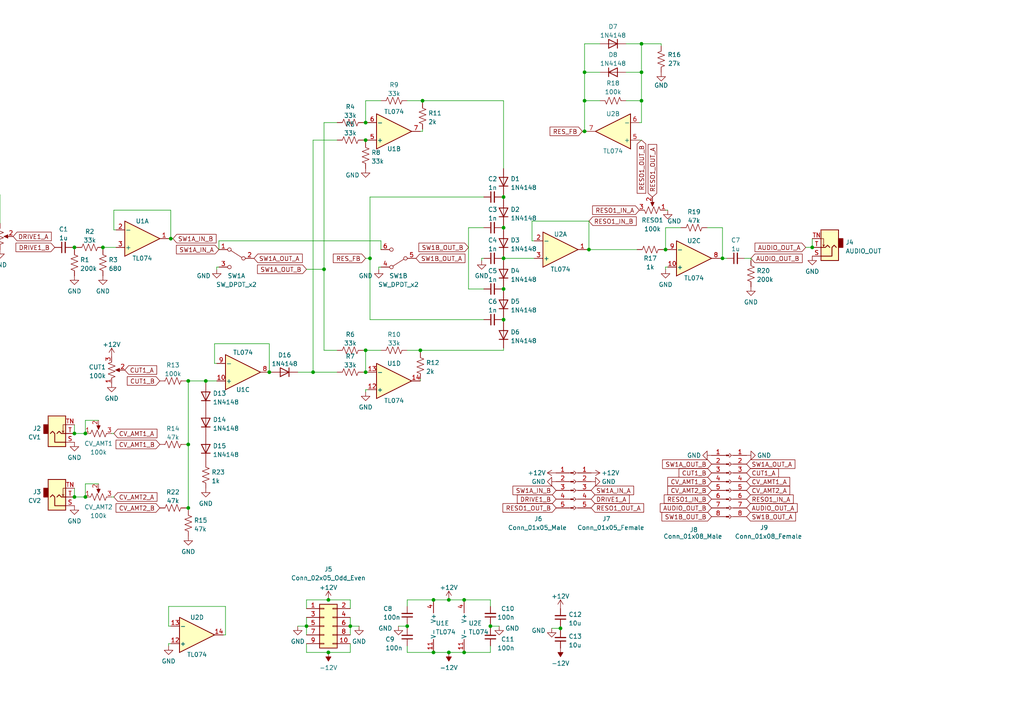
<source format=kicad_sch>
(kicad_sch (version 20211123) (generator eeschema)
  (paper "A4")
  (lib_symbols
    (symbol "Amplifier_Operational:TL074" (pin_names (offset 0.127))
      (property "Reference" "U" (at 0 5.08 0))
      (property "Value" "TL074" (at 0 -5.08 0))
      (symbol "TL074_1_1"
        (pin output line (at 7.62 0 180) (length 2.54) (name "~") (number "1"))
        (pin input line (at -7.62 -2.54 0) (length 2.54) (name "-") (number "2"))
        (pin input line (at -7.62 2.54 0) (length 2.54) (name "+") (number "3"))
      )
      (symbol "TL074_2_1"
        (pin input line (at -7.62 2.54 0) (length 2.54) (name "+") (number "5"))
        (pin input line (at -7.62 -2.54 0) (length 2.54) (name "-") (number "6"))
        (pin output line (at 7.62 0 180) (length 2.54) (name "~") (number "7"))
      )
      (symbol "TL074_3_1"
        (pin input line (at -7.62 2.54 0) (length 2.54) (name "+") (number "10"))
        (pin output line (at 7.62 0 180) (length 2.54) (name "~") (number "8"))
        (pin input line (at -7.62 -2.54 0) (length 2.54) (name "-") (number "9"))
      )
      (symbol "TL074_4_1"
        (pin input line (at -7.62 2.54 0) (length 2.54) (name "+") (number "12"))
        (pin input line (at -7.62 -2.54 0) (length 2.54) (name "-") (number "13"))
        (pin output line (at 7.62 0 180) (length 2.54) (name "~") (number "14"))
      )
      (symbol "TL074_5_1"
        (pin power_in line (at -2.54 -7.62 90) (length 3.81) (name "V-") (number "11"))
        (pin power_in line (at -2.54 7.62 270) (length 3.81) (name "V+") (number "4"))
      )
    )
    (symbol "Connector:AudioJack2_SwitchT"
      (property "Reference" "J" (at 0 8.89 0))
      (property "Value" "AudioJack2_SwitchT" (at 0 6.35 0))
      (symbol "AudioJack2_SwitchT_1_1"
        (pin passive line (at 5.08 2.54 180) (length 2.54) (name "~") (number "S"))
        (pin passive line (at 5.08 0 180) (length 2.54) (name "~") (number "T"))
        (pin passive line (at 5.08 -2.54 180) (length 2.54) (name "~") (number "TN"))
      )
    )
    (symbol "Connector:Conn_01x05_Female" (pin_names (offset 1.016) hide)
      (property "Reference" "J" (at 0 7.62 0))
      (property "Value" "Conn_01x05_Female" (at 0 -7.62 0))
      (symbol "Conn_01x05_Female_1_1"
        (pin passive line (at -5.08 5.08 0) (length 3.81) (name "Pin_1") (number "1"))
        (pin passive line (at -5.08 2.54 0) (length 3.81) (name "Pin_2") (number "2"))
        (pin passive line (at -5.08 0 0) (length 3.81) (name "Pin_3") (number "3"))
        (pin passive line (at -5.08 -2.54 0) (length 3.81) (name "Pin_4") (number "4"))
        (pin passive line (at -5.08 -5.08 0) (length 3.81) (name "Pin_5") (number "5"))
      )
    )
    (symbol "Connector:Conn_01x05_Male" (pin_names (offset 1.016) hide)
      (property "Reference" "J" (at 0 7.62 0))
      (property "Value" "Conn_01x05_Male" (at 0 -7.62 0))
      (symbol "Conn_01x05_Male_1_1"
        (pin passive line (at 5.08 5.08 180) (length 3.81) (name "Pin_1") (number "1"))
        (pin passive line (at 5.08 2.54 180) (length 3.81) (name "Pin_2") (number "2"))
        (pin passive line (at 5.08 0 180) (length 3.81) (name "Pin_3") (number "3"))
        (pin passive line (at 5.08 -2.54 180) (length 3.81) (name "Pin_4") (number "4"))
        (pin passive line (at 5.08 -5.08 180) (length 3.81) (name "Pin_5") (number "5"))
      )
    )
    (symbol "Connector:Conn_01x08_Female" (pin_names (offset 1.016) hide)
      (property "Reference" "J" (at 0 10.16 0))
      (property "Value" "Conn_01x08_Female" (at 0 -12.7 0))
      (symbol "Conn_01x08_Female_1_1"
        (pin passive line (at -5.08 7.62 0) (length 3.81) (name "Pin_1") (number "1"))
        (pin passive line (at -5.08 5.08 0) (length 3.81) (name "Pin_2") (number "2"))
        (pin passive line (at -5.08 2.54 0) (length 3.81) (name "Pin_3") (number "3"))
        (pin passive line (at -5.08 0 0) (length 3.81) (name "Pin_4") (number "4"))
        (pin passive line (at -5.08 -2.54 0) (length 3.81) (name "Pin_5") (number "5"))
        (pin passive line (at -5.08 -5.08 0) (length 3.81) (name "Pin_6") (number "6"))
        (pin passive line (at -5.08 -7.62 0) (length 3.81) (name "Pin_7") (number "7"))
        (pin passive line (at -5.08 -10.16 0) (length 3.81) (name "Pin_8") (number "8"))
      )
    )
    (symbol "Connector:Conn_01x08_Male" (pin_names (offset 1.016) hide)
      (property "Reference" "J" (at 0 10.16 0))
      (property "Value" "Conn_01x08_Male" (at 0 -12.7 0))
      (symbol "Conn_01x08_Male_1_1"
        (pin passive line (at 5.08 7.62 180) (length 3.81) (name "Pin_1") (number "1"))
        (pin passive line (at 5.08 5.08 180) (length 3.81) (name "Pin_2") (number "2"))
        (pin passive line (at 5.08 2.54 180) (length 3.81) (name "Pin_3") (number "3"))
        (pin passive line (at 5.08 0 180) (length 3.81) (name "Pin_4") (number "4"))
        (pin passive line (at 5.08 -2.54 180) (length 3.81) (name "Pin_5") (number "5"))
        (pin passive line (at 5.08 -5.08 180) (length 3.81) (name "Pin_6") (number "6"))
        (pin passive line (at 5.08 -7.62 180) (length 3.81) (name "Pin_7") (number "7"))
        (pin passive line (at 5.08 -10.16 180) (length 3.81) (name "Pin_8") (number "8"))
      )
    )
    (symbol "Connector_Generic:Conn_02x05_Odd_Even" (pin_names (offset 1.016) hide)
      (property "Reference" "J" (at 1.27 7.62 0))
      (property "Value" "Conn_02x05_Odd_Even" (at 1.27 -7.62 0))
      (symbol "Conn_02x05_Odd_Even_1_1"
        (pin passive line (at -5.08 5.08 0) (length 3.81) (name "Pin_1") (number "1"))
        (pin passive line (at 7.62 -5.08 180) (length 3.81) (name "Pin_10") (number "10"))
        (pin passive line (at 7.62 5.08 180) (length 3.81) (name "Pin_2") (number "2"))
        (pin passive line (at -5.08 2.54 0) (length 3.81) (name "Pin_3") (number "3"))
        (pin passive line (at 7.62 2.54 180) (length 3.81) (name "Pin_4") (number "4"))
        (pin passive line (at -5.08 0 0) (length 3.81) (name "Pin_5") (number "5"))
        (pin passive line (at 7.62 0 180) (length 3.81) (name "Pin_6") (number "6"))
        (pin passive line (at -5.08 -2.54 0) (length 3.81) (name "Pin_7") (number "7"))
        (pin passive line (at 7.62 -2.54 180) (length 3.81) (name "Pin_8") (number "8"))
        (pin passive line (at -5.08 -5.08 0) (length 3.81) (name "Pin_9") (number "9"))
      )
    )
    (symbol "Device:C_Small" (pin_numbers hide) (pin_names (offset 0.254) hide)
      (property "Reference" "C" (at 0.254 1.778 0))
      (property "Value" "C_Small" (at 0.254 -2.032 0))
      (symbol "C_Small_1_1"
        (pin passive line (at 0 2.54 270) (length 2.032) (name "~") (number "1"))
        (pin passive line (at 0 -2.54 90) (length 2.032) (name "~") (number "2"))
      )
    )
    (symbol "Device:D" (pin_numbers hide) (pin_names (offset 1.016) hide)
      (property "Reference" "D" (at 0 2.54 0))
      (property "Value" "D" (at 0 -2.54 0))
      (symbol "D_1_1"
        (pin passive line (at -3.81 0 0) (length 2.54) (name "K") (number "1"))
        (pin passive line (at 3.81 0 180) (length 2.54) (name "A") (number "2"))
      )
    )
    (symbol "Device:R_Potentiometer_US" (pin_names (offset 1.016) hide)
      (property "Reference" "RV" (at -4.445 0 90))
      (property "Value" "R_Potentiometer_US" (at -2.54 0 90))
      (symbol "R_Potentiometer_US_1_1"
        (pin passive line (at 0 3.81 270) (length 1.27) (name "1") (number "1"))
        (pin passive line (at 3.81 0 180) (length 1.27) (name "2") (number "2"))
        (pin passive line (at 0 -3.81 90) (length 1.27) (name "3") (number "3"))
      )
    )
    (symbol "Device:R_US" (pin_numbers hide) (pin_names (offset 0))
      (property "Reference" "R" (at 2.54 0 90))
      (property "Value" "R_US" (at -2.54 0 90))
      (symbol "R_US_1_1"
        (pin passive line (at 0 3.81 270) (length 1.27) (name "~") (number "1"))
        (pin passive line (at 0 -3.81 90) (length 1.27) (name "~") (number "2"))
      )
    )
    (symbol "Switch:SW_DPDT_x2" (pin_names (offset 0) hide)
      (property "Reference" "SW" (at 0 4.318 0))
      (property "Value" "SW_DPDT_x2" (at 0 -5.08 0))
      (symbol "SW_DPDT_x2_1_1"
        (pin passive line (at 5.08 2.54 180) (length 2.54) (name "A") (number "1"))
        (pin passive line (at -5.08 0 0) (length 2.54) (name "B") (number "2"))
        (pin passive line (at 5.08 -2.54 180) (length 2.54) (name "C") (number "3"))
      )
      (symbol "SW_DPDT_x2_2_1"
        (pin passive line (at 5.08 2.54 180) (length 2.54) (name "A") (number "4"))
        (pin passive line (at -5.08 0 0) (length 2.54) (name "B") (number "5"))
        (pin passive line (at 5.08 -2.54 180) (length 2.54) (name "C") (number "6"))
      )
    )
    (symbol "power:+12V" (power) (pin_names (offset 0))
      (property "Value" "+12V" (at 0 3.556 0))
      (symbol "+12V_1_1"
        (pin power_in line (at 0 0 90) (length 0) hide (name "+12V") (number "1"))
      )
    )
    (symbol "power:-12V" (power) (pin_names (offset 0))
      (property "Value" "-12V" (at 0 3.81 0))
      (symbol "-12V_0_0"
        (pin power_in line (at 0 0 90) (length 0) hide (name "-12V") (number "1"))
      )
    )
    (symbol "power:GND" (power) (pin_names (offset 0))
      (property "Value" "GND" (at 0 -3.81 0))
      (symbol "GND_1_1"
        (pin power_in line (at 0 0 270) (length 0) hide (name "GND") (number "1"))
      )
    )
  )
  (junction (at 24.765 144.145))
  (junction (at 106.045 101.6))
  (junction (at 170.815 72.39))
  (junction (at 130.175 189.23))
  (junction (at 21.59 144.145))
  (junction (at 29.845 71.755))
  (junction (at 130.175 173.99))
  (junction (at 101.6 181.61))
  (junction (at 134.62 189.23))
  (junction (at 125.73 173.99))
  (junction (at 169.545 29.21))
  (junction (at 122.555 29.21))
  (junction (at 21.59 125.73))
  (junction (at 125.73 189.23))
  (junction (at 54.61 110.49))
  (junction (at 186.055 29.21))
  (junction (at 118.11 181.61))
  (junction (at 54.61 147.32))
  (junction (at 93.98 78.105))
  (junction (at 106.045 40.64))
  (junction (at 107.315 74.93))
  (junction (at 134.62 173.99))
  (junction (at 186.055 12.7))
  (junction (at 209.55 74.93))
  (junction (at 95.25 173.99))
  (junction (at 78.105 107.95))
  (junction (at 90.805 107.95))
  (junction (at 54.61 128.905))
  (junction (at 146.05 57.15))
  (junction (at 162.56 182.245))
  (junction (at 59.69 110.49))
  (junction (at 146.05 66.04))
  (junction (at 169.545 20.955))
  (junction (at 49.53 69.215))
  (junction (at 146.05 92.71))
  (junction (at 235.585 71.755))
  (junction (at 186.055 20.955))
  (junction (at 169.545 38.1))
  (junction (at 142.24 181.61))
  (junction (at 146.05 83.82))
  (junction (at 106.045 107.95))
  (junction (at -3.81 56.515))
  (junction (at 88.9 181.61))
  (junction (at 146.05 74.93))
  (junction (at 21.59 71.755))
  (junction (at 106.045 35.56))
  (junction (at 24.765 125.73))
  (junction (at 121.92 101.6))
  (junction (at 193.04 72.39))
  (junction (at 95.25 189.23))
  (wire (pts (xy 121.92 101.6) (xy 121.92 102.235)))
  (wire (pts (xy 49.53 186.69) (xy 48.895 186.69)))
  (wire (pts (xy 88.9 179.07) (xy 88.9 181.61)))
  (wire (pts (xy 146.05 100.965) (xy 146.05 101.6)))
  (wire (pts (xy 107.315 74.93) (xy 107.315 92.71)))
  (wire (pts (xy 63.5 69.85) (xy 110.49 69.85)))
  (wire (pts (xy 62.23 99.695) (xy 78.105 99.695)))
  (wire (pts (xy 118.11 175.895) (xy 118.11 173.99)))
  (wire (pts (xy 106.68 113.03) (xy 106.045 113.03)))
  (wire (pts (xy 134.62 173.99) (xy 142.24 173.99)))
  (wire (pts (xy 21.59 71.755) (xy 21.59 72.39)))
  (wire (pts (xy 49.53 69.215) (xy 48.895 69.215)))
  (wire (pts (xy 32.385 125.73) (xy 33.02 125.73)))
  (wire (pts (xy 146.05 92.075) (xy 146.05 92.71)))
  (wire (pts (xy 65.405 175.895) (xy 65.405 184.15)))
  (wire (pts (xy 101.6 179.07) (xy 101.6 181.61)))
  (wire (pts (xy 185.42 35.56) (xy 186.055 35.56)))
  (wire (pts (xy 33.02 60.96) (xy 33.02 66.675)))
  (wire (pts (xy 170.815 72.39) (xy 184.785 72.39)))
  (wire (pts (xy 145.415 57.15) (xy 146.05 57.15)))
  (wire (pts (xy 48.895 186.69) (xy 48.895 187.325)))
  (wire (pts (xy 106.045 101.6) (xy 110.49 101.6)))
  (wire (pts (xy 88.9 189.23) (xy 88.9 186.69)))
  (wire (pts (xy 101.6 189.23) (xy 95.25 189.23)))
  (wire (pts (xy 78.105 99.695) (xy 78.105 107.95)))
  (wire (pts (xy 54.61 110.49) (xy 59.69 110.49)))
  (wire (pts (xy 106.045 74.93) (xy 107.315 74.93)))
  (wire (pts (xy 21.59 144.145) (xy 24.765 144.145)))
  (wire (pts (xy 106.045 107.95) (xy 106.045 101.6)))
  (wire (pts (xy 101.6 181.61) (xy 104.14 181.61)))
  (wire (pts (xy 33.02 66.675) (xy 33.655 66.675)))
  (wire (pts (xy 125.73 173.99) (xy 130.175 173.99)))
  (wire (pts (xy 48.895 175.895) (xy 65.405 175.895)))
  (wire (pts (xy 53.975 128.905) (xy 54.61 128.905)))
  (wire (pts (xy 93.98 78.105) (xy 93.98 101.6)))
  (wire (pts (xy 54.61 147.32) (xy 54.61 147.955)))
  (wire (pts (xy 134.62 189.23) (xy 142.24 189.23)))
  (wire (pts (xy 106.045 107.95) (xy 106.68 107.95)))
  (wire (pts (xy 169.545 20.955) (xy 169.545 29.21)))
  (wire (pts (xy 186.055 29.21) (xy 181.61 29.21)))
  (wire (pts (xy 118.11 29.21) (xy 122.555 29.21)))
  (wire (pts (xy 105.41 35.56) (xy 106.045 35.56)))
  (wire (pts (xy 169.545 12.7) (xy 169.545 20.955)))
  (wire (pts (xy 146.05 83.185) (xy 146.05 83.82)))
  (wire (pts (xy 62.865 77.47) (xy 62.865 78.105)))
  (wire (pts (xy 145.415 83.82) (xy 146.05 83.82)))
  (wire (pts (xy 105.41 107.95) (xy 106.045 107.95)))
  (wire (pts (xy 122.555 38.1) (xy 121.92 38.1)))
  (wire (pts (xy 122.555 29.21) (xy 122.555 29.845)))
  (wire (pts (xy 86.36 107.95) (xy 90.805 107.95)))
  (wire (pts (xy 135.89 83.82) (xy 140.335 83.82)))
  (wire (pts (xy 233.68 71.755) (xy 235.585 71.755)))
  (wire (pts (xy 62.23 105.41) (xy 62.865 105.41)))
  (wire (pts (xy 121.92 109.855) (xy 121.92 110.49)))
  (wire (pts (xy 145.415 74.93) (xy 146.05 74.93)))
  (wire (pts (xy 107.315 57.15) (xy 107.315 74.93)))
  (wire (pts (xy 21.59 141.605) (xy 21.59 144.145)))
  (wire (pts (xy 130.175 189.23) (xy 134.62 189.23)))
  (wire (pts (xy 48.895 175.895) (xy 48.895 181.61)))
  (wire (pts (xy 105.41 101.6) (xy 106.045 101.6)))
  (wire (pts (xy 106.045 35.56) (xy 106.68 35.56)))
  (wire (pts (xy 146.05 66.04) (xy 146.05 66.675)))
  (wire (pts (xy 97.79 35.56) (xy 93.98 35.56)))
  (wire (pts (xy 32.385 144.145) (xy 33.02 144.145)))
  (wire (pts (xy 142.24 181.61) (xy 142.24 182.245)))
  (wire (pts (xy 193.04 66.04) (xy 197.485 66.04)))
  (wire (pts (xy 170.815 64.135) (xy 170.815 72.39)))
  (wire (pts (xy 185.42 40.64) (xy 186.055 40.64)))
  (wire (pts (xy 173.99 20.955) (xy 169.545 20.955)))
  (wire (pts (xy 186.055 12.7) (xy 181.61 12.7)))
  (wire (pts (xy 146.05 74.93) (xy 154.94 74.93)))
  (wire (pts (xy 145.415 66.04) (xy 146.05 66.04)))
  (wire (pts (xy 193.04 60.96) (xy 193.675 60.96)))
  (wire (pts (xy 78.105 107.95) (xy 78.74 107.95)))
  (wire (pts (xy 173.99 12.7) (xy 169.545 12.7)))
  (wire (pts (xy 29.845 71.755) (xy 33.655 71.755)))
  (wire (pts (xy 146.05 65.405) (xy 146.05 66.04)))
  (wire (pts (xy 49.53 60.96) (xy 49.53 69.215)))
  (wire (pts (xy 48.895 181.61) (xy 49.53 181.61)))
  (wire (pts (xy 193.04 77.47) (xy 193.04 78.105)))
  (wire (pts (xy 21.59 123.19) (xy 21.59 125.73)))
  (wire (pts (xy 49.53 69.215) (xy 50.165 69.215)))
  (wire (pts (xy 105.41 40.64) (xy 106.045 40.64)))
  (wire (pts (xy 118.11 187.325) (xy 118.11 189.23)))
  (wire (pts (xy 95.25 173.99) (xy 88.9 173.99)))
  (wire (pts (xy 106.045 40.64) (xy 106.68 40.64)))
  (wire (pts (xy 20.955 71.755) (xy 21.59 71.755)))
  (wire (pts (xy 62.23 99.695) (xy 62.23 105.41)))
  (wire (pts (xy 154.305 69.85) (xy 154.94 69.85)))
  (wire (pts (xy 193.04 72.39) (xy 193.04 66.04)))
  (wire (pts (xy 53.975 147.32) (xy 54.61 147.32)))
  (wire (pts (xy 109.855 77.47) (xy 109.855 78.105)))
  (wire (pts (xy 88.9 173.99) (xy 88.9 176.53)))
  (wire (pts (xy 63.5 69.85) (xy 63.5 72.39)))
  (wire (pts (xy 142.24 181.61) (xy 144.78 181.61)))
  (wire (pts (xy 28.575 121.92) (xy 24.765 121.92)))
  (wire (pts (xy 186.055 20.955) (xy 181.61 20.955)))
  (wire (pts (xy 191.77 12.7) (xy 186.055 12.7)))
  (wire (pts (xy 29.845 71.755) (xy 29.845 72.39)))
  (wire (pts (xy 170.18 72.39) (xy 170.815 72.39)))
  (wire (pts (xy 162.56 182.245) (xy 160.02 182.245)))
  (wire (pts (xy 0 56.515) (xy 0 64.77)))
  (wire (pts (xy 146.05 29.21) (xy 146.05 48.895)))
  (wire (pts (xy 93.98 35.56) (xy 93.98 78.105)))
  (wire (pts (xy 21.59 71.755) (xy 22.225 71.755)))
  (wire (pts (xy 162.56 182.245) (xy 162.56 182.88)))
  (wire (pts (xy 118.11 101.6) (xy 121.92 101.6)))
  (wire (pts (xy 106.045 40.64) (xy 106.045 41.275)))
  (wire (pts (xy 139.7 74.93) (xy 139.7 75.565)))
  (wire (pts (xy 169.545 38.1) (xy 170.18 38.1)))
  (wire (pts (xy 106.045 29.21) (xy 110.49 29.21)))
  (wire (pts (xy 217.805 75.565) (xy 217.805 74.93)))
  (wire (pts (xy 101.6 173.99) (xy 95.25 173.99)))
  (wire (pts (xy 88.9 181.61) (xy 86.36 181.61)))
  (wire (pts (xy 142.24 180.975) (xy 142.24 181.61)))
  (wire (pts (xy 209.55 74.93) (xy 210.82 74.93)))
  (wire (pts (xy 209.55 66.04) (xy 209.55 74.93)))
  (wire (pts (xy 173.99 29.21) (xy 169.545 29.21)))
  (wire (pts (xy 142.24 175.895) (xy 142.24 173.99)))
  (wire (pts (xy 186.055 12.7) (xy 186.055 20.955)))
  (wire (pts (xy 118.11 173.99) (xy 125.73 173.99)))
  (wire (pts (xy 135.89 66.04) (xy 135.89 83.82)))
  (wire (pts (xy 24.765 140.335) (xy 24.765 144.145)))
  (wire (pts (xy 235.585 69.215) (xy 235.585 71.755)))
  (wire (pts (xy 118.11 181.61) (xy 118.11 182.245)))
  (wire (pts (xy 209.55 74.93) (xy 208.915 74.93)))
  (wire (pts (xy 121.92 101.6) (xy 146.05 101.6)))
  (wire (pts (xy 125.73 189.23) (xy 130.175 189.23)))
  (wire (pts (xy 54.61 110.49) (xy 54.61 128.905)))
  (wire (pts (xy 193.675 77.47) (xy 193.04 77.47)))
  (wire (pts (xy 135.89 66.04) (xy 140.335 66.04)))
  (wire (pts (xy 101.6 176.53) (xy 101.6 173.99)))
  (wire (pts (xy 54.61 128.905) (xy 54.61 147.32)))
  (wire (pts (xy 106.045 113.03) (xy 106.045 113.665)))
  (wire (pts (xy 154.305 64.135) (xy 154.305 69.85)))
  (wire (pts (xy 107.315 92.71) (xy 140.335 92.71)))
  (wire (pts (xy 106.045 35.56) (xy 106.045 29.21)))
  (wire (pts (xy 193.04 72.39) (xy 193.675 72.39)))
  (wire (pts (xy 59.69 110.49) (xy 62.865 110.49)))
  (wire (pts (xy 88.9 181.61) (xy 88.9 184.15)))
  (wire (pts (xy 146.05 83.82) (xy 146.05 84.455)))
  (wire (pts (xy 90.805 107.95) (xy 97.79 107.95)))
  (wire (pts (xy 101.6 186.69) (xy 101.6 189.23)))
  (wire (pts (xy 215.9 74.93) (xy 217.805 74.93)))
  (wire (pts (xy 169.545 29.21) (xy 169.545 38.1)))
  (wire (pts (xy 146.05 92.71) (xy 146.05 93.345)))
  (wire (pts (xy 33.02 60.96) (xy 49.53 60.96)))
  (wire (pts (xy 24.765 121.92) (xy 24.765 125.73)))
  (wire (pts (xy 118.11 180.975) (xy 118.11 181.61)))
  (wire (pts (xy 53.975 110.49) (xy 54.61 110.49)))
  (wire (pts (xy 88.9 78.105) (xy 93.98 78.105)))
  (wire (pts (xy 90.805 40.64) (xy 90.805 107.95)))
  (wire (pts (xy 142.24 187.325) (xy 142.24 189.23)))
  (wire (pts (xy 169.545 38.1) (xy 168.91 38.1)))
  (wire (pts (xy 145.415 92.71) (xy 146.05 92.71)))
  (wire (pts (xy 162.56 181.61) (xy 162.56 182.245)))
  (wire (pts (xy 140.335 57.15) (xy 107.315 57.15)))
  (wire (pts (xy 191.77 13.335) (xy 191.77 12.7)))
  (wire (pts (xy 186.055 20.955) (xy 186.055 29.21)))
  (wire (pts (xy 154.305 64.135) (xy 170.815 64.135)))
  (wire (pts (xy 146.05 57.15) (xy 146.05 56.515)))
  (wire (pts (xy 140.335 74.93) (xy 139.7 74.93)))
  (wire (pts (xy 130.175 173.99) (xy 134.62 173.99)))
  (wire (pts (xy 97.79 101.6) (xy 93.98 101.6)))
  (wire (pts (xy 59.69 110.49) (xy 59.69 111.125)))
  (wire (pts (xy 110.49 77.47) (xy 109.855 77.47)))
  (wire (pts (xy 95.25 189.23) (xy 88.9 189.23)))
  (wire (pts (xy -3.81 56.515) (xy 0 56.515)))
  (wire (pts (xy 122.555 37.465) (xy 122.555 38.1)))
  (wire (pts (xy 110.49 69.85) (xy 110.49 72.39)))
  (wire (pts (xy 146.05 74.93) (xy 146.05 75.565)))
  (wire (pts (xy 146.05 74.295) (xy 146.05 74.93)))
  (wire (pts (xy 97.79 40.64) (xy 90.805 40.64)))
  (wire (pts (xy 21.59 125.73) (xy 24.765 125.73)))
  (wire (pts (xy 186.055 35.56) (xy 186.055 29.21)))
  (wire (pts (xy 63.5 77.47) (xy 62.865 77.47)))
  (wire (pts (xy 118.11 181.61) (xy 115.57 181.61)))
  (wire (pts (xy 28.575 140.335) (xy 24.765 140.335)))
  (wire (pts (xy 122.555 29.21) (xy 146.05 29.21)))
  (wire (pts (xy 205.105 66.04) (xy 209.55 66.04)))
  (wire (pts (xy 118.11 189.23) (xy 125.73 189.23)))
  (wire (pts (xy -3.81 53.975) (xy -3.81 56.515)))
  (wire (pts (xy 192.405 72.39) (xy 193.04 72.39)))
  (wire (pts (xy 65.405 184.15) (xy 64.77 184.15)))
  (wire (pts (xy 101.6 181.61) (xy 101.6 184.15)))
  (wire (pts (xy 146.05 57.15) (xy 146.05 57.785)))
  (global_label "CUT1_A" (shape input) (at 216.535 137.16 0) (property "Intersheet References" "${INTERSHEET_REFS}" (effects hide)))
  (global_label "CV_AMT2_A" (shape input) (at 33.02 144.145 0) (property "Intersheet References" "${INTERSHEET_REFS}" (effects hide)))
  (global_label "SW1A_IN_B" (shape input) (at 50.165 69.215 0) (property "Intersheet References" "${INTERSHEET_REFS}" (effects hide)))
  (global_label "DRIVE1_A" (shape input) (at 171.45 144.78 0) (property "Intersheet References" "${INTERSHEET_REFS}" (effects hide)))
  (global_label "RESO1_IN_B" (shape input) (at 206.375 144.78 180) (property "Intersheet References" "${INTERSHEET_REFS}" (effects hide)))
  (global_label "SW1A_OUT_B" (shape input) (at 206.375 134.62 180) (property "Intersheet References" "${INTERSHEET_REFS}" (effects hide)))
  (global_label "SW1A_OUT_A" (shape input) (at 73.66 74.93 0) (property "Intersheet References" "${INTERSHEET_REFS}" (effects hide)))
  (global_label "SW1B_OUT_B" (shape input) (at 135.89 71.755 180) (property "Intersheet References" "${INTERSHEET_REFS}" (effects hide)))
  (global_label "RESO1_OUT_A" (shape input) (at 189.23 57.15 90) (property "Intersheet References" "${INTERSHEET_REFS}" (effects hide)))
  (global_label "SW1A_IN_A" (shape input) (at 171.45 142.24 0) (property "Intersheet References" "${INTERSHEET_REFS}" (effects hide)))
  (global_label "CV_AMT2_A" (shape input) (at 216.535 142.24 0) (property "Intersheet References" "${INTERSHEET_REFS}" (effects hide)))
  (global_label "DRIVE1_A" (shape input) (at 3.81 68.58 0) (property "Intersheet References" "${INTERSHEET_REFS}" (effects hide)))
  (global_label "CV_AMT1_B" (shape input) (at 206.375 139.7 180) (property "Intersheet References" "${INTERSHEET_REFS}" (effects hide)))
  (global_label "RES_FB" (shape input) (at 106.045 74.93 180) (property "Intersheet References" "${INTERSHEET_REFS}" (effects hide)))
  (global_label "RESO1_IN_B" (shape input) (at 170.815 64.135 0) (property "Intersheet References" "${INTERSHEET_REFS}" (effects hide)))
  (global_label "RESO1_IN_A" (shape input) (at 216.535 144.78 0) (property "Intersheet References" "${INTERSHEET_REFS}" (effects hide)))
  (global_label "CUT1_B" (shape input) (at 206.375 137.16 180) (property "Intersheet References" "${INTERSHEET_REFS}" (effects hide)))
  (global_label "AUDIO_OUT_B" (shape input) (at 206.375 147.32 180) (property "Intersheet References" "${INTERSHEET_REFS}" (effects hide)))
  (global_label "RESO1_IN_A" (shape input) (at 185.42 60.96 180) (property "Intersheet References" "${INTERSHEET_REFS}" (effects hide)))
  (global_label "SW1B_OUT_A" (shape input) (at 216.535 149.86 0) (property "Intersheet References" "${INTERSHEET_REFS}" (effects hide)))
  (global_label "SW1B_OUT_B" (shape input) (at 206.375 149.86 180) (property "Intersheet References" "${INTERSHEET_REFS}" (effects hide)))
  (global_label "RES_FB" (shape input) (at 168.91 38.1 180) (property "Intersheet References" "${INTERSHEET_REFS}" (effects hide)))
  (global_label "AUDIO_OUT_B" (shape input) (at 217.805 74.93 0) (property "Intersheet References" "${INTERSHEET_REFS}" (effects hide)))
  (global_label "AUDIO_OUT_A" (shape input) (at 216.535 147.32 0) (property "Intersheet References" "${INTERSHEET_REFS}" (effects hide)))
  (global_label "RESO1_OUT_B" (shape input) (at 161.29 147.32 180) (property "Intersheet References" "${INTERSHEET_REFS}" (effects hide)))
  (global_label "RESO1_OUT_B" (shape input) (at 186.055 40.64 270) (property "Intersheet References" "${INTERSHEET_REFS}" (effects hide)))
  (global_label "AUDIO_OUT_A" (shape input) (at 233.68 71.755 180) (property "Intersheet References" "${INTERSHEET_REFS}" (effects hide)))
  (global_label "SW1A_IN_B" (shape input) (at 161.29 142.24 180) (property "Intersheet References" "${INTERSHEET_REFS}" (effects hide)))
  (global_label "DRIVE1_B" (shape input) (at 161.29 144.78 180) (property "Intersheet References" "${INTERSHEET_REFS}" (effects hide)))
  (global_label "SW1B_OUT_A" (shape input) (at 120.65 74.93 0) (property "Intersheet References" "${INTERSHEET_REFS}" (effects hide)))
  (global_label "CUT1_A" (shape input) (at 36.195 107.315 0) (property "Intersheet References" "${INTERSHEET_REFS}" (effects hide)))
  (global_label "DRIVE1_B" (shape input) (at 15.875 71.755 180) (property "Intersheet References" "${INTERSHEET_REFS}" (effects hide)))
  (global_label "CUT1_B" (shape input) (at 46.355 110.49 180) (property "Intersheet References" "${INTERSHEET_REFS}" (effects hide)))
  (global_label "CV_AMT2_B" (shape input) (at 46.355 147.32 180) (property "Intersheet References" "${INTERSHEET_REFS}" (effects hide)))
  (global_label "CV_AMT1_B" (shape input) (at 46.355 128.905 180) (property "Intersheet References" "${INTERSHEET_REFS}" (effects hide)))
  (global_label "SW1A_OUT_A" (shape input) (at 216.535 134.62 0) (property "Intersheet References" "${INTERSHEET_REFS}" (effects hide)))
  (global_label "CV_AMT2_B" (shape input) (at 206.375 142.24 180) (property "Intersheet References" "${INTERSHEET_REFS}" (effects hide)))
  (global_label "CV_AMT1_A" (shape input) (at 216.535 139.7 0) (property "Intersheet References" "${INTERSHEET_REFS}" (effects hide)))
  (global_label "RESO1_OUT_A" (shape input) (at 171.45 147.32 0) (property "Intersheet References" "${INTERSHEET_REFS}" (effects hide)))
  (global_label "SW1A_OUT_B" (shape input) (at 88.9 78.105 180) (property "Intersheet References" "${INTERSHEET_REFS}" (effects hide)))
  (global_label "CV_AMT1_A" (shape input) (at 33.02 125.73 0) (property "Intersheet References" "${INTERSHEET_REFS}" (effects hide)))
  (global_label "SW1A_IN_A" (shape input) (at 63.5 72.39 180) (property "Intersheet References" "${INTERSHEET_REFS}" (effects hide)))
  (symbol (lib_id "power:+12V") (at 95.25 173.99 0) (unit 1)
    (property "Reference" "#PWR0118" (effects hide))
    (property "Value" "+12V" (at 95.25 170.4142 0))
  )
  (symbol (lib_id "power:GND") (at 21.59 146.685 0) (unit 1)
    (property "Reference" "#PWR0115" (effects hide))
    (property "Value" "GND" (at 21.59 151.1284 0))
  )
  (symbol (lib_id "Device:C_Small") (at 162.56 185.42 180) (unit 1)
    (property "Reference" "C13" (at 164.8841 184.5789 0) (effects (justify right)))
    (property "Value" "10u" (at 164.8841 187.1158 0) (effects (justify right)))
    (property "Footprint" "Capacitor_SMD:CP_Elec_5x5.4" (effects hide))
  )
  (symbol (lib_id "Device:R_US") (at 191.77 17.145 0) (mirror x) (unit 1)
    (property "Reference" "R16" (at 195.58 15.875 0))
    (property "Value" "27k" (at 195.58 18.415 0))
    (property "Footprint" "Resistor_SMD:R_0603_1608Metric_Pad0.98x0.95mm_HandSolder" (effects hide))
  )
  (symbol (lib_id "Device:D") (at 177.8 20.955 0) (mirror x) (unit 1)
    (property "Reference" "D8" (at 177.8 15.875 0))
    (property "Value" "1N4148" (at 177.8 18.415 0))
    (property "Footprint" "Diode_SMD:D_SOD-323_HandSoldering" (effects hide))
  )
  (symbol (lib_id "Device:C_Small") (at 142.875 83.82 90) (unit 1)
    (property "Reference" "C5" (at 142.8813 78.5581 90))
    (property "Value" "1n" (at 142.8813 81.095 90))
    (property "Footprint" "Capacitor_SMD:C_0603_1608Metric_Pad1.08x0.95mm_HandSolder" (effects hide))
  )
  (symbol (lib_id "Device:C_Small") (at 142.875 92.71 90) (unit 1)
    (property "Reference" "C6" (at 142.8813 87.4481 90))
    (property "Value" "1n" (at 142.8813 89.985 90))
    (property "Footprint" "Capacitor_SMD:C_0603_1608Metric_Pad1.08x0.95mm_HandSolder" (effects hide))
  )
  (symbol (lib_id "Amplifier_Operational:TL074") (at 41.275 69.215 0) (mirror x) (unit 1)
    (property "Reference" "U1" (at 41.275 64.135 0))
    (property "Value" "TL074" (at 41.275 74.93 0))
    (property "Footprint" "Package_SO:SOIC-14_3.9x8.7mm_P1.27mm" (effects hide))
    (property "Datasheet" "http://www.ti.com/lit/ds/symlink/tl071.pdf" (effects hide))
  )
  (symbol (lib_id "power:GND") (at 171.45 139.7 90) (unit 1)
    (property "Reference" "#PWR0135" (effects hide))
    (property "Value" "GND" (at 176.53 139.7 90))
  )
  (symbol (lib_id "Device:R_Potentiometer_US") (at 0 68.58 0) (mirror x) (unit 1)
    (property "Reference" "DRIVE1" (at -1.651 67.7453 0) (effects (justify right)))
    (property "Value" "100k" (at -1.651 70.2822 0) (effects (justify right)))
    (property "Footprint" "1_CUSTOM:Potentiometer_Alpha_Metal" (effects hide))
  )
  (symbol (lib_id "power:GND") (at 104.14 181.61 0) (unit 1)
    (property "Reference" "#PWR0127" (effects hide))
    (property "Value" "GND" (at 104.14 186.0534 0))
  )
  (symbol (lib_id "Device:C_Small") (at 213.36 74.93 90) (unit 1)
    (property "Reference" "C7" (at 213.3663 69.6681 90))
    (property "Value" "1u" (at 213.3663 72.205 90))
    (property "Footprint" "Capacitor_SMD:C_0603_1608Metric_Pad1.08x0.95mm_HandSolder" (effects hide))
  )
  (symbol (lib_id "Device:R_US") (at 50.165 110.49 90) (unit 1)
    (property "Reference" "R13" (at 50.165 105.9012 90))
    (property "Value" "100k" (at 50.165 108.4381 90))
    (property "Footprint" "Resistor_SMD:R_0603_1608Metric_Pad0.98x0.95mm_HandSolder" (effects hide))
  )
  (symbol (lib_id "Amplifier_Operational:TL074") (at 70.485 107.95 0) (mirror x) (unit 3)
    (property "Reference" "U1" (at 70.485 113.03 0))
    (property "Value" "TL074" (at 70.485 102.235 0))
    (property "Footprint" "Package_SO:SOIC-14_3.9x8.7mm_P1.27mm" (effects hide))
    (property "Datasheet" "http://www.ti.com/lit/ds/symlink/tl071.pdf" (effects hide))
  )
  (symbol (lib_id "power:GND") (at 161.29 139.7 270) (mirror x) (unit 1)
    (property "Reference" "#PWR0136" (effects hide))
    (property "Value" "GND" (at 156.21 139.7 90))
  )
  (symbol (lib_id "power:GND") (at 62.865 78.105 0) (unit 1)
    (property "Reference" "#PWR0101" (effects hide))
    (property "Value" "GND" (at 59.055 80.01 0))
  )
  (symbol (lib_id "Amplifier_Operational:TL074") (at 162.56 72.39 0) (mirror x) (unit 1)
    (property "Reference" "U2" (at 162.56 67.945 0))
    (property "Value" "TL074" (at 162.56 78.105 0))
    (property "Footprint" "Package_SO:SOIC-14_3.9x8.7mm_P1.27mm" (effects hide))
    (property "Datasheet" "http://www.ti.com/lit/ds/symlink/tl071.pdf" (effects hide))
  )
  (symbol (lib_id "power:+12V") (at 130.175 173.99 0) (unit 1)
    (property "Reference" "#PWR0123" (effects hide))
    (property "Value" "+12V" (at 130.175 170.4142 0))
  )
  (symbol (lib_id "power:+12V") (at 161.29 137.16 90) (unit 1)
    (property "Reference" "#PWR0137" (effects hide))
    (property "Value" "+12V" (at 153.035 137.16 90) (effects (justify right)))
  )
  (symbol (lib_id "Device:R_Potentiometer_US") (at 32.385 107.315 0) (mirror x) (unit 1)
    (property "Reference" "CUT1" (at 30.734 106.4803 0) (effects (justify right)))
    (property "Value" "100k" (at 30.734 109.0172 0) (effects (justify right)))
    (property "Footprint" "1_CUSTOM:Potentiometer_Alpha_Metal" (effects hide))
  )
  (symbol (lib_id "Device:D") (at 146.05 88.265 90) (unit 1)
    (property "Reference" "D5" (at 148.082 87.4303 90) (effects (justify right)))
    (property "Value" "1N4148" (at 148.082 89.9672 90) (effects (justify right)))
    (property "Footprint" "Diode_SMD:D_SOD-323_HandSoldering" (effects hide))
  )
  (symbol (lib_id "Device:R_US") (at 54.61 151.765 180) (unit 1)
    (property "Reference" "R15" (at 56.261 150.9303 0) (effects (justify right)))
    (property "Value" "47k" (at 56.261 153.4672 0) (effects (justify right)))
    (property "Footprint" "Resistor_SMD:R_0603_1608Metric_Pad0.98x0.95mm_HandSolder" (effects hide))
  )
  (symbol (lib_id "power:GND") (at 86.36 181.61 0) (mirror y) (unit 1)
    (property "Reference" "#PWR0128" (effects hide))
    (property "Value" "GND" (at 86.36 186.0534 0))
  )
  (symbol (lib_id "Device:R_US") (at 101.6 40.64 90) (unit 1)
    (property "Reference" "R5" (at 101.6 36.0512 90))
    (property "Value" "33k" (at 101.6 38.5881 90))
    (property "Footprint" "Resistor_SMD:R_0603_1608Metric_Pad0.98x0.95mm_HandSolder" (effects hide))
  )
  (symbol (lib_id "power:GND") (at 160.02 182.245 0) (mirror y) (unit 1)
    (property "Reference" "#PWR0131" (effects hide))
    (property "Value" "GND" (at 156.21 182.88 0))
  )
  (symbol (lib_id "Device:D") (at 59.69 130.175 90) (unit 1)
    (property "Reference" "D15" (at 61.722 129.3403 90) (effects (justify right)))
    (property "Value" "1N4148" (at 61.722 131.8772 90) (effects (justify right)))
    (property "Footprint" "Diode_SMD:D_SOD-323_HandSoldering" (effects hide))
  )
  (symbol (lib_id "Device:R_US") (at 101.6 101.6 90) (unit 1)
    (property "Reference" "R6" (at 101.6 97.0112 90))
    (property "Value" "33k" (at 101.6 99.5481 90))
    (property "Footprint" "Resistor_SMD:R_0603_1608Metric_Pad0.98x0.95mm_HandSolder" (effects hide))
  )
  (symbol (lib_id "Device:C_Small") (at 18.415 71.755 90) (unit 1)
    (property "Reference" "C1" (at 18.4213 66.4931 90))
    (property "Value" "1u" (at 18.4213 69.03 90))
    (property "Footprint" "Capacitor_SMD:C_0603_1608Metric_Pad1.08x0.95mm_HandSolder" (effects hide))
  )
  (symbol (lib_id "power:GND") (at 48.895 187.325 0) (unit 1)
    (property "Reference" "#PWR0121" (effects hide))
    (property "Value" "GND" (at 48.895 191.7684 0))
  )
  (symbol (lib_id "Connector:AudioJack2_SwitchT") (at 240.665 71.755 180) (unit 1)
    (property "Reference" "J4" (at 245.237 70.2853 0) (effects (justify right)))
    (property "Value" "AUDIO_OUT" (at 245.237 72.8222 0) (effects (justify right)))
    (property "Footprint" "1_CUSTOM:Jack_3.5mm_QingPu_WQP-PJ398SM_Vertical_CircularHoles_Compact" (effects hide))
  )
  (symbol (lib_id "Device:D") (at 146.05 61.595 90) (unit 1)
    (property "Reference" "D2" (at 148.082 60.7603 90) (effects (justify right)))
    (property "Value" "1N4148" (at 148.082 63.2972 90) (effects (justify right)))
    (property "Footprint" "Diode_SMD:D_SOD-323_HandSoldering" (effects hide))
  )
  (symbol (lib_id "Device:C_Small") (at 142.875 57.15 90) (unit 1)
    (property "Reference" "C2" (at 142.8813 51.8881 90))
    (property "Value" "1n" (at 142.8813 54.425 90))
    (property "Footprint" "Capacitor_SMD:C_0603_1608Metric_Pad1.08x0.95mm_HandSolder" (effects hide))
  )
  (symbol (lib_id "Connector:AudioJack2_SwitchT") (at -8.89 56.515 0) (mirror x) (unit 1)
    (property "Reference" "J1" (at -13.4619 55.0453 0) (effects (justify right)))
    (property "Value" "AUDIO_IN" (at -13.4619 57.5822 0) (effects (justify right)))
    (property "Footprint" "1_CUSTOM:Jack_3.5mm_QingPu_WQP-PJ398SM_Vertical_CircularHoles_Compact" (effects hide))
  )
  (symbol (lib_id "power:GND") (at 191.77 20.955 0) (mirror y) (unit 1)
    (property "Reference" "#PWR0110" (effects hide))
    (property "Value" "GND" (at 191.77 24.765 0))
  )
  (symbol (lib_id "power:-12V") (at 95.25 189.23 180) (unit 1)
    (property "Reference" "#PWR0119" (effects hide))
    (property "Value" "-12V" (at 95.25 193.6734 0))
  )
  (symbol (lib_id "Device:D") (at 146.05 52.705 90) (unit 1)
    (property "Reference" "D1" (at 148.082 51.8703 90) (effects (justify right)))
    (property "Value" "1N4148" (at 148.082 54.4072 90) (effects (justify right)))
    (property "Footprint" "Diode_SMD:D_SOD-323_HandSoldering" (effects hide))
  )
  (symbol (lib_id "Device:R_US") (at 26.035 71.755 90) (unit 1)
    (property "Reference" "R2" (at 26.035 67.1662 90))
    (property "Value" "33k" (at 26.035 69.7031 90))
    (property "Footprint" "Resistor_SMD:R_0603_1608Metric_Pad0.98x0.95mm_HandSolder" (effects hide))
  )
  (symbol (lib_id "Device:C_Small") (at 118.11 184.785 180) (unit 1)
    (property "Reference" "C9" (at 111.76 185.42 0) (effects (justify right)))
    (property "Value" "100n" (at 111.76 187.9569 0) (effects (justify right)))
    (property "Footprint" "Capacitor_SMD:C_0603_1608Metric_Pad1.08x0.95mm_HandSolder" (effects hide))
  )
  (symbol (lib_id "Switch:SW_DPDT_x2") (at 115.57 74.93 180) (unit 2)
    (property "Reference" "SW1" (at 115.57 80.01 0))
    (property "Value" "SW_DPDT_x2" (at 115.57 82.5469 0))
    (property "Footprint" "1_CUSTOM:SW_DPDT_2MD1T2B1M1QES" (effects hide))
  )
  (symbol (lib_id "Device:R_US") (at 188.595 72.39 90) (unit 1)
    (property "Reference" "R17" (at 188.595 74.93 90))
    (property "Value" "1k" (at 188.595 77.4669 90))
    (property "Footprint" "Resistor_SMD:R_0603_1608Metric_Pad0.98x0.95mm_HandSolder" (effects hide))
  )
  (symbol (lib_id "Device:R_US") (at 177.8 29.21 270) (mirror x) (unit 1)
    (property "Reference" "R18" (at 177.8 24.13 90))
    (property "Value" "100k" (at 177.8 26.67 90))
    (property "Footprint" "Resistor_SMD:R_0603_1608Metric_Pad0.98x0.95mm_HandSolder" (effects hide))
  )
  (symbol (lib_id "Device:R_US") (at 21.59 76.2 180) (unit 1)
    (property "Reference" "R1" (at 23.241 75.3653 0) (effects (justify right)))
    (property "Value" "200k" (at 23.241 77.9022 0) (effects (justify right)))
    (property "Footprint" "Resistor_SMD:R_0603_1608Metric_Pad0.98x0.95mm_HandSolder" (effects hide))
  )
  (symbol (lib_id "Device:R_US") (at 121.92 106.045 180) (unit 1)
    (property "Reference" "R12" (at 123.571 105.2103 0) (effects (justify right)))
    (property "Value" "2k" (at 123.571 107.7472 0) (effects (justify right)))
    (property "Footprint" "Resistor_SMD:R_0603_1608Metric_Pad0.98x0.95mm_HandSolder" (effects hide))
  )
  (symbol (lib_id "Device:R_US") (at 50.165 128.905 90) (unit 1)
    (property "Reference" "R14" (at 50.165 124.3162 90))
    (property "Value" "47k" (at 50.165 126.8531 90))
    (property "Footprint" "Resistor_SMD:R_0603_1608Metric_Pad0.98x0.95mm_HandSolder" (effects hide))
  )
  (symbol (lib_id "power:GND") (at 193.675 60.96 0) (unit 1)
    (property "Reference" "#PWR0108" (effects hide))
    (property "Value" "GND" (at 195.58 64.135 0))
  )
  (symbol (lib_id "Device:R_Potentiometer_US") (at 28.575 144.145 90) (unit 1)
    (property "Reference" "CV_AMT2" (at 28.575 147.0644 90))
    (property "Value" "100k" (at 28.575 149.6013 90))
    (property "Footprint" "1_CUSTOM:Potentiometer_Alpha_Metal" (effects hide))
  )
  (symbol (lib_id "power:GND") (at -3.81 59.055 0) (unit 1)
    (property "Reference" "#PWR0107" (effects hide))
    (property "Value" "GND" (at -3.81 63.4984 0))
  )
  (symbol (lib_id "Device:R_Potentiometer_US") (at 189.23 60.96 270) (mirror x) (unit 1)
    (property "Reference" "RESO1" (at 189.23 63.8794 90))
    (property "Value" "100k" (at 189.23 66.4163 90))
    (property "Footprint" "1_CUSTOM:Potentiometer_Alpha_Metal" (effects hide))
  )
  (symbol (lib_id "Device:C_Small") (at 142.875 74.93 90) (unit 1)
    (property "Reference" "C4" (at 142.8813 69.6681 90))
    (property "Value" "1n" (at 142.8813 72.205 90))
    (property "Footprint" "Capacitor_SMD:C_0603_1608Metric_Pad1.08x0.95mm_HandSolder" (effects hide))
  )
  (symbol (lib_id "power:GND") (at 139.7 75.565 0) (unit 1)
    (property "Reference" "#PWR0116" (effects hide))
    (property "Value" "GND" (at 139.7 80.0084 0))
  )
  (symbol (lib_id "Device:R_US") (at 122.555 33.655 180) (unit 1)
    (property "Reference" "R11" (at 124.206 32.8203 0) (effects (justify right)))
    (property "Value" "2k" (at 124.206 35.3572 0) (effects (justify right)))
    (property "Footprint" "Resistor_SMD:R_0603_1608Metric_Pad0.98x0.95mm_HandSolder" (effects hide))
  )
  (symbol (lib_id "power:GND") (at 32.385 111.125 0) (unit 1)
    (property "Reference" "#PWR0114" (effects hide))
    (property "Value" "GND" (at 32.385 115.5684 0))
  )
  (symbol (lib_id "power:+12V") (at 32.385 103.505 0) (unit 1)
    (property "Reference" "#PWR0113" (effects hide))
    (property "Value" "+12V" (at 32.385 99.9292 0))
  )
  (symbol (lib_id "Connector:Conn_01x05_Male") (at 166.37 142.24 0) (mirror y) (unit 1)
    (property "Reference" "J6" (at 154.94 150.495 0) (effects (justify right)))
    (property "Value" "Conn_01x05_Male" (at 147.32 153.0319 0) (effects (justify right)))
    (property "Footprint" "Connector_PinHeader_2.54mm:PinHeader_1x05_P2.54mm_Vertical" (effects hide))
  )
  (symbol (lib_id "Connector_Generic:Conn_02x05_Odd_Even") (at 93.98 181.61 0) (unit 1)
    (property "Reference" "J5" (at 95.25 165.1031 0))
    (property "Value" "Conn_02x05_Odd_Even" (at 95.25 167.64 0))
    (property "Footprint" "Connector_PinHeader_2.54mm:PinHeader_2x05_P2.54mm_Vertical" (effects hide))
  )
  (symbol (lib_id "Device:D") (at 59.69 114.935 90) (unit 1)
    (property "Reference" "D13" (at 61.722 114.1003 90) (effects (justify right)))
    (property "Value" "1N4148" (at 61.722 116.6372 90) (effects (justify right)))
    (property "Footprint" "Diode_SMD:D_SOD-323_HandSoldering" (effects hide))
  )
  (symbol (lib_id "Connector:AudioJack2_SwitchT") (at 16.51 144.145 0) (mirror x) (unit 1)
    (property "Reference" "J3" (at 11.9381 142.6753 0) (effects (justify right)))
    (property "Value" "CV2" (at 11.9381 145.2122 0) (effects (justify right)))
    (property "Footprint" "1_CUSTOM:Jack_3.5mm_QingPu_WQP-PJ398SM_Vertical_CircularHoles_Compact" (effects hide))
  )
  (symbol (lib_id "Amplifier_Operational:TL074") (at 57.15 184.15 0) (mirror x) (unit 4)
    (property "Reference" "U2" (at 57.15 179.07 0))
    (property "Value" "TL074" (at 57.15 189.865 0))
    (property "Footprint" "Package_SO:SOIC-14_3.9x8.7mm_P1.27mm" (effects hide))
    (property "Datasheet" "http://www.ti.com/lit/ds/symlink/tl071.pdf" (effects hide))
  )
  (symbol (lib_id "power:GND") (at 21.59 80.01 0) (unit 1)
    (property "Reference" "#PWR0102" (effects hide))
    (property "Value" "GND" (at 21.59 84.4534 0))
  )
  (symbol (lib_id "power:GND") (at 0 72.39 0) (unit 1)
    (property "Reference" "#PWR0111" (effects hide))
    (property "Value" "GND" (at 0 76.8334 0))
  )
  (symbol (lib_id "Device:R_US") (at 106.045 45.085 180) (unit 1)
    (property "Reference" "R8" (at 107.696 44.2503 0) (effects (justify right)))
    (property "Value" "33k" (at 107.696 46.7872 0) (effects (justify right)))
    (property "Footprint" "Resistor_SMD:R_0603_1608Metric_Pad0.98x0.95mm_HandSolder" (effects hide))
  )
  (symbol (lib_id "power:GND") (at 59.69 141.605 0) (unit 1)
    (property "Reference" "#PWR0133" (effects hide))
    (property "Value" "GND" (at 59.69 146.0484 0))
  )
  (symbol (lib_id "Device:R_US") (at 59.69 137.795 180) (unit 1)
    (property "Reference" "R23" (at 61.341 136.9603 0) (effects (justify right)))
    (property "Value" "1k" (at 61.341 139.4972 0) (effects (justify right)))
    (property "Footprint" "Resistor_SMD:R_0603_1608Metric_Pad0.98x0.95mm_HandSolder" (effects hide))
  )
  (symbol (lib_id "Amplifier_Operational:TL074") (at 137.16 181.61 0) (unit 5)
    (property "Reference" "U2" (at 135.89 180.7753 0) (effects (justify left)))
    (property "Value" "TL074" (at 135.89 183.3122 0) (effects (justify left)))
    (property "Footprint" "Package_SO:SOIC-14_3.9x8.7mm_P1.27mm" (effects hide))
    (property "Datasheet" "http://www.ti.com/lit/ds/symlink/tl071.pdf" (effects hide))
  )
  (symbol (lib_id "Device:C_Small") (at 142.875 66.04 90) (unit 1)
    (property "Reference" "C3" (at 142.8813 60.7781 90))
    (property "Value" "1n" (at 142.8813 63.315 90))
    (property "Footprint" "Capacitor_SMD:C_0603_1608Metric_Pad1.08x0.95mm_HandSolder" (effects hide))
  )
  (symbol (lib_id "Device:D") (at 177.8 12.7 180) (unit 1)
    (property "Reference" "D7" (at 177.8 7.7302 0))
    (property "Value" "1N4148" (at 177.8 10.2671 0))
    (property "Footprint" "Diode_SMD:D_SOD-323_HandSoldering" (effects hide))
  )
  (symbol (lib_id "power:GND") (at 216.535 132.08 90) (unit 1)
    (property "Reference" "#PWR0134" (effects hide))
    (property "Value" "GND" (at 221.615 132.08 90))
  )
  (symbol (lib_id "power:GND") (at 115.57 181.61 0) (mirror y) (unit 1)
    (property "Reference" "#PWR0125" (effects hide))
    (property "Value" "GND" (at 111.76 182.245 0))
  )
  (symbol (lib_id "Device:D") (at 82.55 107.95 180) (unit 1)
    (property "Reference" "D16" (at 82.55 102.9802 0))
    (property "Value" "1N4148" (at 82.55 105.5171 0))
    (property "Footprint" "Diode_SMD:D_SOD-323_HandSoldering" (effects hide))
  )
  (symbol (lib_id "Device:C_Small") (at 142.24 178.435 0) (mirror x) (unit 1)
    (property "Reference" "C10" (at 149.225 176.53 0) (effects (justify right)))
    (property "Value" "100n" (at 149.225 179.0669 0) (effects (justify right)))
    (property "Footprint" "Capacitor_SMD:C_0603_1608Metric_Pad1.08x0.95mm_HandSolder" (effects hide))
  )
  (symbol (lib_id "Device:D") (at 146.05 70.485 90) (unit 1)
    (property "Reference" "D3" (at 148.082 69.6503 90) (effects (justify right)))
    (property "Value" "1N4148" (at 148.082 72.1872 90) (effects (justify right)))
    (property "Footprint" "Diode_SMD:D_SOD-323_HandSoldering" (effects hide))
  )
  (symbol (lib_id "Device:R_US") (at 114.3 101.6 90) (unit 1)
    (property "Reference" "R10" (at 114.3 97.0112 90))
    (property "Value" "33k" (at 114.3 99.5481 90))
    (property "Footprint" "Resistor_SMD:R_0603_1608Metric_Pad0.98x0.95mm_HandSolder" (effects hide))
  )
  (symbol (lib_id "power:GND") (at 21.59 128.27 0) (unit 1)
    (property "Reference" "#PWR0112" (effects hide))
    (property "Value" "GND" (at 21.59 132.7134 0))
  )
  (symbol (lib_id "Device:C_Small") (at 142.24 184.785 0) (mirror x) (unit 1)
    (property "Reference" "C11" (at 149.225 185.42 0) (effects (justify right)))
    (property "Value" "100n" (at 149.225 187.96 0) (effects (justify right)))
    (property "Footprint" "Capacitor_SMD:C_0603_1608Metric_Pad1.08x0.95mm_HandSolder" (effects hide))
  )
  (symbol (lib_id "Amplifier_Operational:TL074") (at 201.295 74.93 0) (mirror x) (unit 3)
    (property "Reference" "U2" (at 201.295 69.85 0))
    (property "Value" "TL074" (at 201.295 80.645 0))
    (property "Footprint" "Package_SO:SOIC-14_3.9x8.7mm_P1.27mm" (effects hide))
    (property "Datasheet" "http://www.ti.com/lit/ds/symlink/tl071.pdf" (effects hide))
  )
  (symbol (lib_id "power:GND") (at 193.04 78.105 0) (unit 1)
    (property "Reference" "#PWR0109" (effects hide))
    (property "Value" "GND" (at 193.04 82.5484 0))
  )
  (symbol (lib_id "Device:R_US") (at 50.165 147.32 90) (unit 1)
    (property "Reference" "R22" (at 50.165 142.7312 90))
    (property "Value" "47k" (at 50.165 145.2681 90))
    (property "Footprint" "Resistor_SMD:R_0603_1608Metric_Pad0.98x0.95mm_HandSolder" (effects hide))
  )
  (symbol (lib_id "Connector:Conn_01x08_Male") (at 211.455 139.7 0) (mirror y) (unit 1)
    (property "Reference" "J8" (at 200.025 153.67 0) (effects (justify right)))
    (property "Value" "Conn_01x08_Male" (at 192.405 155.575 0) (effects (justify right)))
    (property "Footprint" "Connector_PinHeader_2.54mm:PinHeader_1x08_P2.54mm_Vertical" (effects hide))
  )
  (symbol (lib_id "power:GND") (at 144.78 181.61 0) (unit 1)
    (property "Reference" "#PWR0124" (effects hide))
    (property "Value" "GND" (at 148.59 182.245 0))
  )
  (symbol (lib_id "power:GND") (at 106.045 48.895 0) (unit 1)
    (property "Reference" "#PWR0106" (effects hide))
    (property "Value" "GND" (at 102.235 50.8 0))
  )
  (symbol (lib_id "Amplifier_Operational:TL074") (at 128.27 181.61 0) (unit 5)
    (property "Reference" "U1" (at 126.365 180.7753 0) (effects (justify left)))
    (property "Value" "TL074" (at 126.365 183.3122 0) (effects (justify left)))
    (property "Footprint" "Package_SO:SOIC-14_3.9x8.7mm_P1.27mm" (effects hide))
    (property "Datasheet" "http://www.ti.com/lit/ds/symlink/tl071.pdf" (effects hide))
  )
  (symbol (lib_id "Amplifier_Operational:TL074") (at 177.8 38.1 180) (unit 2)
    (property "Reference" "U2" (at 177.8 33.02 0))
    (property "Value" "TL074" (at 177.8 43.815 0))
    (property "Footprint" "Package_SO:SOIC-14_3.9x8.7mm_P1.27mm" (effects hide))
    (property "Datasheet" "http://www.ti.com/lit/ds/symlink/tl071.pdf" (effects hide))
  )
  (symbol (lib_id "power:+12V") (at 171.45 137.16 270) (unit 1)
    (property "Reference" "#PWR0138" (effects hide))
    (property "Value" "+12V" (at 179.705 137.16 90) (effects (justify right)))
  )
  (symbol (lib_id "Device:C_Small") (at 118.11 178.435 180) (unit 1)
    (property "Reference" "C8" (at 111.125 176.53 0) (effects (justify right)))
    (property "Value" "100n" (at 111.125 179.0669 0) (effects (justify right)))
    (property "Footprint" "Capacitor_SMD:C_0603_1608Metric_Pad1.08x0.95mm_HandSolder" (effects hide))
  )
  (symbol (lib_id "power:GND") (at 206.375 132.08 270) (unit 1)
    (property "Reference" "#PWR0129" (effects hide))
    (property "Value" "GND" (at 201.295 132.08 90))
  )
  (symbol (lib_id "Switch:SW_DPDT_x2") (at 68.58 74.93 0) (mirror y) (unit 1)
    (property "Reference" "SW1" (at 68.58 80.01 0))
    (property "Value" "SW_DPDT_x2" (at 68.58 82.5469 0))
    (property "Footprint" "1_CUSTOM:SW_DPDT_2MD1T2B1M1QES" (effects hide))
  )
  (symbol (lib_id "Device:R_US") (at 101.6 35.56 90) (unit 1)
    (property "Reference" "R4" (at 101.6 30.9712 90))
    (property "Value" "33k" (at 101.6 33.5081 90))
    (property "Footprint" "Resistor_SMD:R_0603_1608Metric_Pad0.98x0.95mm_HandSolder" (effects hide))
  )
  (symbol (lib_id "power:-12V") (at 162.56 187.96 180) (unit 1)
    (property "Reference" "#PWR0130" (effects hide))
    (property "Value" "-12V" (at 162.56 192.4034 0))
  )
  (symbol (lib_id "Connector:Conn_01x08_Female") (at 211.455 139.7 0) (mirror y) (unit 1)
    (property "Reference" "J9" (at 221.615 153.035 0))
    (property "Value" "Conn_01x08_Female" (at 222.885 155.575 0))
    (property "Footprint" "Connector_PinSocket_2.54mm:PinSocket_1x08_P2.54mm_Vertical" (effects hide))
  )
  (symbol (lib_id "power:GND") (at 109.855 78.105 0) (unit 1)
    (property "Reference" "#PWR0104" (effects hide))
    (property "Value" "GND" (at 106.045 80.01 0))
  )
  (symbol (lib_id "Connector:AudioJack2_SwitchT") (at 16.51 125.73 0) (mirror x) (unit 1)
    (property "Reference" "J2" (at 11.9381 124.2603 0) (effects (justify right)))
    (property "Value" "CV1" (at 11.9381 126.7972 0) (effects (justify right)))
    (property "Footprint" "1_CUSTOM:Jack_3.5mm_QingPu_WQP-PJ398SM_Vertical_CircularHoles_Compact" (effects hide))
  )
  (symbol (lib_id "power:-12V") (at 130.175 189.23 180) (unit 1)
    (property "Reference" "#PWR0126" (effects hide))
    (property "Value" "-12V" (at 130.175 193.6734 0))
  )
  (symbol (lib_id "power:+12V") (at 162.56 176.53 0) (unit 1)
    (property "Reference" "#PWR0132" (effects hide))
    (property "Value" "+12V" (at 162.56 172.9542 0))
  )
  (symbol (lib_id "power:GND") (at 235.585 74.295 0) (unit 1)
    (property "Reference" "#PWR0122" (effects hide))
    (property "Value" "GND" (at 235.585 78.7384 0))
  )
  (symbol (lib_id "Device:R_US") (at 201.295 66.04 90) (unit 1)
    (property "Reference" "R19" (at 201.295 61.4512 90))
    (property "Value" "47k" (at 201.295 63.9881 90))
    (property "Footprint" "Resistor_SMD:R_0603_1608Metric_Pad0.98x0.95mm_HandSolder" (effects hide))
  )
  (symbol (lib_id "Amplifier_Operational:TL074") (at 114.3 38.1 0) (mirror x) (unit 2)
    (property "Reference" "U1" (at 114.3 43.18 0))
    (property "Value" "TL074" (at 114.3 32.385 0))
    (property "Footprint" "Package_SO:SOIC-14_3.9x8.7mm_P1.27mm" (effects hide))
    (property "Datasheet" "http://www.ti.com/lit/ds/symlink/tl071.pdf" (effects hide))
  )
  (symbol (lib_id "Device:R_US") (at 217.805 79.375 180) (unit 1)
    (property "Reference" "R20" (at 219.456 78.5403 0) (effects (justify right)))
    (property "Value" "200k" (at 219.456 81.0772 0) (effects (justify right)))
    (property "Footprint" "Resistor_SMD:R_0603_1608Metric_Pad0.98x0.95mm_HandSolder" (effects hide))
  )
  (symbol (lib_id "Device:R_US") (at 101.6 107.95 90) (unit 1)
    (property "Reference" "R7" (at 101.6 103.3612 90))
    (property "Value" "33k" (at 101.6 105.8981 90))
    (property "Footprint" "Resistor_SMD:R_0603_1608Metric_Pad0.98x0.95mm_HandSolder" (effects hide))
  )
  (symbol (lib_id "Device:R_Potentiometer_US") (at 28.575 125.73 90) (unit 1)
    (property "Reference" "CV_AMT1" (at 28.575 128.6494 90))
    (property "Value" "100k" (at 28.575 131.1863 90))
    (property "Footprint" "1_CUSTOM:Potentiometer_Alpha_Metal" (effects hide))
  )
  (symbol (lib_id "Connector:Conn_01x05_Female") (at 166.37 142.24 0) (mirror y) (unit 1)
    (property "Reference" "J7" (at 175.895 150.495 0))
    (property "Value" "Conn_01x05_Female" (at 177.165 153.0319 0))
    (property "Footprint" "Connector_PinSocket_2.54mm:PinSocket_1x05_P2.54mm_Vertical" (effects hide))
  )
  (symbol (lib_id "power:GND") (at 29.845 80.01 0) (unit 1)
    (property "Reference" "#PWR0103" (effects hide))
    (property "Value" "GND" (at 29.845 84.4534 0))
  )
  (symbol (lib_id "Device:D") (at 146.05 97.155 90) (unit 1)
    (property "Reference" "D6" (at 148.082 96.3203 90) (effects (justify right)))
    (property "Value" "1N4148" (at 148.082 98.8572 90) (effects (justify right)))
    (property "Footprint" "Diode_SMD:D_SOD-323_HandSoldering" (effects hide))
  )
  (symbol (lib_id "Device:R_US") (at 114.3 29.21 90) (unit 1)
    (property "Reference" "R9" (at 114.3 24.6212 90))
    (property "Value" "33k" (at 114.3 27.1581 90))
    (property "Footprint" "Resistor_SMD:R_0603_1608Metric_Pad0.98x0.95mm_HandSolder" (effects hide))
  )
  (symbol (lib_id "power:GND") (at 217.805 83.185 0) (unit 1)
    (property "Reference" "#PWR0120" (effects hide))
    (property "Value" "GND" (at 217.805 87.6284 0))
  )
  (symbol (lib_id "Device:C_Small") (at 162.56 179.07 180) (unit 1)
    (property "Reference" "C12" (at 164.8841 178.2289 0) (effects (justify right)))
    (property "Value" "10u" (at 164.8841 180.7658 0) (effects (justify right)))
    (property "Footprint" "Capacitor_SMD:CP_Elec_5x5.4" (effects hide))
  )
  (symbol (lib_id "power:GND") (at 106.045 113.665 0) (unit 1)
    (property "Reference" "#PWR0105" (effects hide))
    (property "Value" "GND" (at 106.045 118.1084 0))
  )
  (symbol (lib_id "Amplifier_Operational:TL074") (at 114.3 110.49 0) (mirror x) (unit 4)
    (property "Reference" "U1" (at 114.3 105.41 0))
    (property "Value" "TL074" (at 114.3 116.205 0))
    (property "Footprint" "Package_SO:SOIC-14_3.9x8.7mm_P1.27mm" (effects hide))
    (property "Datasheet" "http://www.ti.com/lit/ds/symlink/tl071.pdf" (effects hide))
  )
  (symbol (lib_id "Device:R_US") (at 29.845 76.2 180) (unit 1)
    (property "Reference" "R3" (at 31.496 75.3653 0) (effects (justify right)))
    (property "Value" "680" (at 31.496 77.9022 0) (effects (justify right)))
    (property "Footprint" "Resistor_SMD:R_0603_1608Metric_Pad0.98x0.95mm_HandSolder" (effects hide))
  )
  (symbol (lib_id "power:GND") (at 54.61 155.575 0) (unit 1)
    (property "Reference" "#PWR0117" (effects hide))
    (property "Value" "GND" (at 54.61 160.0184 0))
  )
  (symbol (lib_id "Device:D") (at 59.69 122.555 90) (unit 1)
    (property "Reference" "D14" (at 61.722 121.7203 90) (effects (justify right)))
    (property "Value" "1N4148" (at 61.722 124.2572 90) (effects (justify right)))
    (property "Footprint" "Diode_SMD:D_SOD-323_HandSoldering" (effects hide))
  )
  (symbol (lib_id "Device:D") (at 146.05 79.375 90) (unit 1)
    (property "Reference" "D4" (at 148.082 78.5403 90) (effects (justify right)))
    (property "Value" "1N4148" (at 148.082 81.0772 90) (effects (justify right)))
    (property "Footprint" "Diode_SMD:D_SOD-323_HandSoldering" (effects hide))
  )
)
</source>
